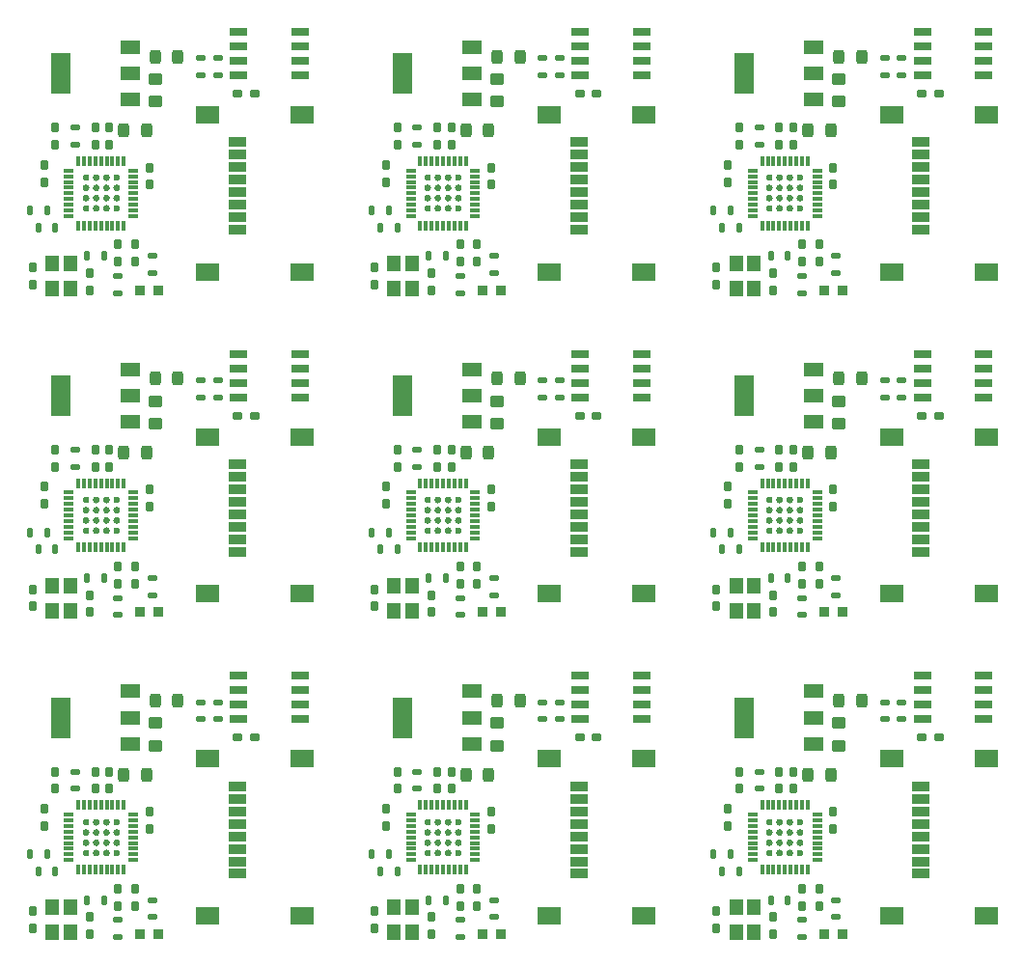
<source format=gtp>
%FSLAX46Y46*%
%MOMM*%
%AMPS17*
21,1,0.800000,0.800000,0.000000,0.000000,0.000000*
%
%ADD17PS17*%
%AMPS33*
21,1,1.450000,2.000000,0.000000,0.000000,90.000000*
%
%ADD33PS33*%
%AMPS32*
21,1,1.450000,2.000000,0.000000,0.000000,270.000000*
%
%ADD32PS32*%
%AMPS14*
21,1,0.600000,1.500000,0.000000,0.000000,90.000000*
%
%ADD14PS14*%
%AMPS15*
21,1,0.600000,1.500000,0.000000,0.000000,270.000000*
%
%ADD15PS15*%
%AMPS18*
21,1,1.250000,1.750000,0.000000,0.000000,90.000000*
%
%ADD18PS18*%
%AMPS31*
21,1,0.800000,1.500000,0.000000,0.000000,90.000000*
%
%ADD31PS31*%
%AMPS19*
21,1,3.500000,1.750000,0.000000,0.000000,90.000000*
%
%ADD19PS19*%
%AMPS26*
21,1,1.400000,1.200000,0.000000,0.000000,90.000000*
%
%ADD26PS26*%
%AMPS30*
1,1,0.360000,-0.220000,-0.195000*
1,1,0.360000,-0.220000,0.195000*
21,1,0.800000,0.390000,0.000000,0.000000,0.000000*
21,1,0.440000,0.750000,0.000000,0.000000,0.000000*
1,1,0.360000,0.220000,-0.195000*
1,1,0.360000,0.220000,0.195000*
%
%ADD30PS30*%
%AMPS20*
1,1,0.360000,0.195000,-0.220000*
1,1,0.360000,-0.195000,-0.220000*
21,1,0.800000,0.390000,0.000000,0.000000,90.000000*
21,1,0.440000,0.750000,0.000000,0.000000,90.000000*
1,1,0.360000,0.195000,0.220000*
1,1,0.360000,-0.195000,0.220000*
%
%ADD20PS20*%
%AMPS12*
1,1,0.360000,-0.195000,0.220000*
1,1,0.360000,0.195000,0.220000*
21,1,0.800000,0.390000,0.000000,0.000000,270.000000*
21,1,0.440000,0.750000,0.000000,0.000000,270.000000*
1,1,0.360000,-0.195000,-0.220000*
1,1,0.360000,0.195000,-0.220000*
%
%ADD12PS12*%
%AMPS10*
1,1,0.500000,-0.250000,-0.375000*
1,1,0.500000,-0.250000,0.375000*
21,1,1.000000,0.750000,0.000000,0.000000,0.000000*
21,1,0.500000,1.250000,0.000000,0.000000,0.000000*
1,1,0.500000,0.250000,-0.375000*
1,1,0.500000,0.250000,0.375000*
%
%ADD10PS10*%
%AMPS28*
1,1,0.500000,0.250000,0.375000*
1,1,0.500000,0.250000,-0.375000*
21,1,1.000000,0.750000,0.000000,0.000000,180.000000*
21,1,0.500000,1.250000,0.000000,0.000000,180.000000*
1,1,0.500000,-0.250000,0.375000*
1,1,0.500000,-0.250000,-0.375000*
%
%ADD28PS28*%
%AMPS11*
1,1,0.500000,-0.375000,0.250000*
1,1,0.500000,0.375000,0.250000*
21,1,1.000000,0.750000,0.000000,0.000000,270.000000*
21,1,0.500000,1.250000,0.000000,0.000000,270.000000*
1,1,0.500000,-0.375000,-0.250000*
1,1,0.500000,0.375000,-0.250000*
%
%ADD11PS11*%
%AMPS29*
1,1,0.240000,-0.130000,-0.330000*
1,1,0.240000,-0.130000,0.330000*
21,1,0.500000,0.660000,0.000000,0.000000,0.000000*
21,1,0.260000,0.900000,0.000000,0.000000,0.000000*
1,1,0.240000,0.130000,-0.330000*
1,1,0.240000,0.130000,0.330000*
%
%ADD29PS29*%
%AMPS13*
1,1,0.240000,0.330000,-0.130000*
1,1,0.240000,-0.330000,-0.130000*
21,1,0.500000,0.660000,0.000000,0.000000,90.000000*
21,1,0.260000,0.900000,0.000000,0.000000,90.000000*
1,1,0.240000,0.330000,0.130000*
1,1,0.240000,-0.330000,0.130000*
%
%ADD13PS13*%
%AMPS27*
1,1,0.240000,0.130000,0.330000*
1,1,0.240000,0.130000,-0.330000*
21,1,0.500000,0.660000,0.000000,0.000000,180.000000*
21,1,0.260000,0.900000,0.000000,0.000000,180.000000*
1,1,0.240000,-0.130000,0.330000*
1,1,0.240000,-0.130000,-0.330000*
%
%ADD27PS27*%
%AMPS16*
1,1,0.240000,-0.330000,0.130000*
1,1,0.240000,0.330000,0.130000*
21,1,0.500000,0.660000,0.000000,0.000000,270.000000*
21,1,0.260000,0.900000,0.000000,0.000000,270.000000*
1,1,0.240000,-0.330000,-0.130000*
1,1,0.240000,0.330000,-0.130000*
%
%ADD16PS16*%
%AMPS23*
1,1,0.125000,-0.387500,-0.077500*
1,1,0.125000,-0.387500,0.077500*
21,1,0.900000,0.155000,0.000000,0.000000,0.000000*
21,1,0.775000,0.280000,0.000000,0.000000,0.000000*
1,1,0.125000,0.387500,-0.077500*
1,1,0.125000,0.387500,0.077500*
%
%ADD23PS23*%
%AMPS21*
1,1,0.125000,0.077500,-0.387500*
1,1,0.125000,-0.077500,-0.387500*
21,1,0.900000,0.155000,0.000000,0.000000,90.000000*
21,1,0.775000,0.280000,0.000000,0.000000,90.000000*
1,1,0.125000,0.077500,0.387500*
1,1,0.125000,-0.077500,0.387500*
%
%ADD21PS21*%
%AMPS22*
1,1,0.125000,0.387500,0.077500*
1,1,0.125000,0.387500,-0.077500*
21,1,0.900000,0.155000,0.000000,0.000000,180.000000*
21,1,0.775000,0.280000,0.000000,0.000000,180.000000*
1,1,0.125000,-0.387500,0.077500*
1,1,0.125000,-0.387500,-0.077500*
%
%ADD22PS22*%
%AMPS24*
1,1,0.125000,-0.077500,0.387500*
1,1,0.125000,0.077500,0.387500*
21,1,0.900000,0.155000,0.000000,0.000000,270.000000*
21,1,0.775000,0.280000,0.000000,0.000000,270.000000*
1,1,0.125000,-0.077500,-0.387500*
1,1,0.125000,0.077500,-0.387500*
%
%ADD24PS24*%
%AMPS25*
1,1,0.600000,-1.350000,0.450000*
1,1,0.600000,-0.450000,1.350000*
1,1,0.600000,0.450000,0.450000*
1,1,0.600000,1.350000,1.350000*
1,1,0.600000,-0.450000,-1.350000*
1,1,0.600000,0.450000,1.350000*
1,1,0.600000,0.450000,-1.350000*
1,1,0.600000,-1.350000,1.350000*
1,1,0.600000,1.350000,-0.450000*
1,1,0.600000,1.350000,0.450000*
1,1,0.600000,0.450000,-0.450000*
1,1,0.600000,-1.350000,-1.350000*
1,1,0.600000,-0.450000,-0.450000*
1,1,0.600000,-1.350000,-0.450000*
1,1,0.600000,1.350000,-1.350000*
1,1,0.600000,-0.450000,0.450000*
%
%ADD25PS25*%
G01*
%LPD*%
G01*
%LPD*%
G75*
D10*
X43000056Y53249992D03*
D10*
X45000056Y53249992D03*
D11*
X42999992Y51278710D03*
D11*
X42999992Y49278710D03*
D12*
X41250000Y35250000D03*
D12*
X41250000Y36750000D03*
D13*
X48500000Y51595000D03*
D13*
X48500000Y53095000D03*
D14*
X55700000Y52865000D03*
D14*
X55700000Y55405000D03*
D15*
X50300000Y52865000D03*
D14*
X55700000Y51595000D03*
D14*
X55700000Y54135000D03*
D15*
X50300000Y55405000D03*
D15*
X50300000Y54135000D03*
D15*
X50300000Y51595000D03*
D16*
X42750000Y35750000D03*
D16*
X42750000Y34250000D03*
D12*
X32250000Y33250000D03*
D12*
X32250000Y34750000D03*
D12*
X39750000Y35250000D03*
D12*
X39750000Y36750000D03*
D17*
X41700000Y32750000D03*
D17*
X43300000Y32750000D03*
D18*
X40800000Y54050000D03*
D18*
X40800000Y51750000D03*
D18*
X40800000Y49450000D03*
D19*
X34700000Y51750000D03*
D20*
X37750000Y47000000D03*
D20*
X37750000Y45500000D03*
D21*
X36750000Y38437500D03*
D22*
X41062500Y43250000D03*
D22*
X41062500Y40250000D03*
D23*
X35437500Y43250000D03*
D22*
X41062500Y42250000D03*
D21*
X39750000Y38437500D03*
D23*
X35437500Y40750000D03*
D21*
X40250000Y38437500D03*
D21*
X38250000Y38437500D03*
D24*
X38750000Y44062500D03*
D24*
X39750000Y44062500D03*
D24*
X39250000Y44062500D03*
D21*
X39250000Y38437500D03*
D23*
X35437500Y40250000D03*
D21*
X38750000Y38437500D03*
D22*
X41062500Y41750000D03*
D22*
X41062500Y39750000D03*
D23*
X35437500Y39750000D03*
D23*
X35437500Y41750000D03*
D21*
X36250000Y38437500D03*
D22*
X41062500Y41250000D03*
D23*
X35437500Y42250000D03*
D22*
X41062500Y39250000D03*
D23*
X35437500Y41250000D03*
D23*
X35437500Y39250000D03*
D21*
X37250000Y38437500D03*
D24*
X37250000Y44062500D03*
D22*
X41062500Y42750000D03*
D24*
X36750000Y44062500D03*
D24*
X38250000Y44062500D03*
D22*
X41062500Y40750000D03*
D24*
X37750000Y44062500D03*
D23*
X35437500Y42750000D03*
D24*
X40250000Y44062500D03*
D24*
X36250000Y44062500D03*
D25*
X38250000Y41250000D03*
D21*
X37750000Y38437500D03*
D20*
X37250000Y34250000D03*
D20*
X37250000Y32750000D03*
D26*
X33950000Y35100000D03*
D26*
X33950000Y32900000D03*
D26*
X35550000Y32900000D03*
D26*
X35550000Y35100000D03*
D27*
X33500000Y39750000D03*
D27*
X32000000Y39750000D03*
D20*
X39000000Y47000000D03*
D20*
X39000000Y45500000D03*
D28*
X42249944Y46750008D03*
D28*
X40249944Y46750008D03*
D27*
X38500000Y35750000D03*
D27*
X37000000Y35750000D03*
D13*
X36000000Y45500000D03*
D13*
X36000000Y47000000D03*
D12*
X34250000Y45500000D03*
D12*
X34250000Y47000000D03*
D29*
X32750000Y38250000D03*
D29*
X34250000Y38250000D03*
D13*
X47000000Y51595000D03*
D13*
X47000000Y53095000D03*
D13*
X39750000Y32500000D03*
D13*
X39750000Y34000000D03*
D20*
X33250000Y43750000D03*
D20*
X33250000Y42250000D03*
D30*
X51750000Y50000000D03*
D30*
X50250000Y50000000D03*
D20*
X42500000Y43500000D03*
D20*
X42500000Y42000000D03*
D31*
X50200000Y45745000D03*
D31*
X50200000Y41345000D03*
D31*
X50200000Y44645000D03*
D31*
X50200000Y38045000D03*
D31*
X50200000Y43545000D03*
D32*
X47600000Y34375000D03*
D31*
X50200000Y39145000D03*
D33*
X55900000Y34375000D03*
D31*
X50200000Y42445000D03*
D31*
X50200000Y40245000D03*
D32*
X47600000Y48125000D03*
D33*
X55900000Y48125000D03*
D10*
X73000056Y53249992D03*
D10*
X75000056Y53249992D03*
D11*
X72999992Y51278710D03*
D11*
X72999992Y49278710D03*
D12*
X71250000Y35250000D03*
D12*
X71250000Y36750000D03*
D13*
X78500000Y51595000D03*
D13*
X78500000Y53095000D03*
D14*
X85700000Y52865000D03*
D14*
X85700000Y55405000D03*
D15*
X80300000Y52865000D03*
D14*
X85700000Y51595000D03*
D14*
X85700000Y54135000D03*
D15*
X80300000Y55405000D03*
D15*
X80300000Y54135000D03*
D15*
X80300000Y51595000D03*
D16*
X72750000Y35750000D03*
D16*
X72750000Y34250000D03*
D12*
X62250000Y33250000D03*
D12*
X62250000Y34750000D03*
D12*
X69750000Y35250000D03*
D12*
X69750000Y36750000D03*
D17*
X71700000Y32750000D03*
D17*
X73300000Y32750000D03*
D18*
X70800000Y54050000D03*
D18*
X70800000Y51750000D03*
D18*
X70800000Y49450000D03*
D19*
X64700000Y51750000D03*
D20*
X67750000Y47000000D03*
D20*
X67750000Y45500000D03*
D21*
X66750000Y38437500D03*
D22*
X71062500Y43250000D03*
D22*
X71062500Y40250000D03*
D23*
X65437500Y43250000D03*
D22*
X71062500Y42250000D03*
D21*
X69750000Y38437500D03*
D23*
X65437500Y40750000D03*
D21*
X70250000Y38437500D03*
D21*
X68250000Y38437500D03*
D24*
X68750000Y44062500D03*
D24*
X69750000Y44062500D03*
D24*
X69250000Y44062500D03*
D21*
X69250000Y38437500D03*
D23*
X65437500Y40250000D03*
D21*
X68750000Y38437500D03*
D22*
X71062500Y41750000D03*
D22*
X71062500Y39750000D03*
D23*
X65437500Y39750000D03*
D23*
X65437500Y41750000D03*
D21*
X66250000Y38437500D03*
D22*
X71062500Y41250000D03*
D23*
X65437500Y42250000D03*
D22*
X71062500Y39250000D03*
D23*
X65437500Y41250000D03*
D23*
X65437500Y39250000D03*
D21*
X67250000Y38437500D03*
D24*
X67250000Y44062500D03*
D22*
X71062500Y42750000D03*
D24*
X66750000Y44062500D03*
D24*
X68250000Y44062500D03*
D22*
X71062500Y40750000D03*
D24*
X67750000Y44062500D03*
D23*
X65437500Y42750000D03*
D24*
X70250000Y44062500D03*
D24*
X66250000Y44062500D03*
D25*
X68250000Y41250000D03*
D21*
X67750000Y38437500D03*
D20*
X67250000Y34250000D03*
D20*
X67250000Y32750000D03*
D26*
X63950000Y35100000D03*
D26*
X63950000Y32900000D03*
D26*
X65550000Y32900000D03*
D26*
X65550000Y35100000D03*
D27*
X63500000Y39750000D03*
D27*
X62000000Y39750000D03*
D20*
X69000000Y47000000D03*
D20*
X69000000Y45500000D03*
D28*
X72249944Y46750008D03*
D28*
X70249944Y46750008D03*
D27*
X68500000Y35750000D03*
D27*
X67000000Y35750000D03*
D13*
X66000000Y45500000D03*
D13*
X66000000Y47000000D03*
D12*
X64250000Y45500000D03*
D12*
X64250000Y47000000D03*
D29*
X62750000Y38250000D03*
D29*
X64250000Y38250000D03*
D13*
X77000000Y51595000D03*
D13*
X77000000Y53095000D03*
D13*
X69750000Y32500000D03*
D13*
X69750000Y34000000D03*
D20*
X63250000Y43750000D03*
D20*
X63250000Y42250000D03*
D30*
X81750000Y50000000D03*
D30*
X80250000Y50000000D03*
D20*
X72500000Y43500000D03*
D20*
X72500000Y42000000D03*
D31*
X80200000Y45745000D03*
D31*
X80200000Y41345000D03*
D31*
X80200000Y44645000D03*
D31*
X80200000Y38045000D03*
D31*
X80200000Y43545000D03*
D32*
X77600000Y34375000D03*
D31*
X80200000Y39145000D03*
D33*
X85900000Y34375000D03*
D31*
X80200000Y42445000D03*
D31*
X80200000Y40245000D03*
D32*
X77600000Y48125000D03*
D33*
X85900000Y48125000D03*
D10*
X73000056Y24999992D03*
D10*
X75000056Y24999992D03*
D11*
X72999992Y23028710D03*
D11*
X72999992Y21028710D03*
D12*
X71250000Y7000000D03*
D12*
X71250000Y8500000D03*
D13*
X78500000Y23345000D03*
D13*
X78500000Y24845000D03*
D14*
X85700000Y24615000D03*
D14*
X85700000Y27155000D03*
D15*
X80300000Y24615000D03*
D14*
X85700000Y23345000D03*
D14*
X85700000Y25885000D03*
D15*
X80300000Y27155000D03*
D15*
X80300000Y25885000D03*
D15*
X80300000Y23345000D03*
D16*
X72750000Y7500000D03*
D16*
X72750000Y6000000D03*
D12*
X62250000Y5000000D03*
D12*
X62250000Y6500000D03*
D12*
X69750000Y7000000D03*
D12*
X69750000Y8500000D03*
D17*
X71700000Y4500000D03*
D17*
X73300000Y4500000D03*
D18*
X70800000Y25800000D03*
D18*
X70800000Y23500000D03*
D18*
X70800000Y21200000D03*
D19*
X64700000Y23500000D03*
D20*
X67750000Y18750000D03*
D20*
X67750000Y17250000D03*
D21*
X66750000Y10187500D03*
D22*
X71062500Y15000000D03*
D22*
X71062500Y12000000D03*
D23*
X65437500Y15000000D03*
D22*
X71062500Y14000000D03*
D21*
X69750000Y10187500D03*
D23*
X65437500Y12500000D03*
D21*
X70250000Y10187500D03*
D21*
X68250000Y10187500D03*
D24*
X68750000Y15812500D03*
D24*
X69750000Y15812500D03*
D24*
X69250000Y15812500D03*
D21*
X69250000Y10187500D03*
D23*
X65437500Y12000000D03*
D21*
X68750000Y10187500D03*
D22*
X71062500Y13500000D03*
D22*
X71062500Y11500000D03*
D23*
X65437500Y11500000D03*
D23*
X65437500Y13500000D03*
D21*
X66250000Y10187500D03*
D22*
X71062500Y13000000D03*
D23*
X65437500Y14000000D03*
D22*
X71062500Y11000000D03*
D23*
X65437500Y13000000D03*
D23*
X65437500Y11000000D03*
D21*
X67250000Y10187500D03*
D24*
X67250000Y15812500D03*
D22*
X71062500Y14500000D03*
D24*
X66750000Y15812500D03*
D24*
X68250000Y15812500D03*
D22*
X71062500Y12500000D03*
D24*
X67750000Y15812500D03*
D23*
X65437500Y14500000D03*
D24*
X70250000Y15812500D03*
D24*
X66250000Y15812500D03*
D25*
X68250000Y13000000D03*
D21*
X67750000Y10187500D03*
D20*
X67250000Y6000000D03*
D20*
X67250000Y4500000D03*
D26*
X63950000Y6850000D03*
D26*
X63950000Y4650000D03*
D26*
X65550000Y4650000D03*
D26*
X65550000Y6850000D03*
D27*
X63500000Y11500000D03*
D27*
X62000000Y11500000D03*
D20*
X69000000Y18750000D03*
D20*
X69000000Y17250000D03*
D28*
X72249944Y18500008D03*
D28*
X70249944Y18500008D03*
D27*
X68500000Y7500000D03*
D27*
X67000000Y7500000D03*
D13*
X66000000Y17250000D03*
D13*
X66000000Y18750000D03*
D12*
X64250000Y17250000D03*
D12*
X64250000Y18750000D03*
D29*
X62750000Y10000000D03*
D29*
X64250000Y10000000D03*
D13*
X77000000Y23345000D03*
D13*
X77000000Y24845000D03*
D13*
X69750000Y4250000D03*
D13*
X69750000Y5750000D03*
D20*
X63250000Y15500000D03*
D20*
X63250000Y14000000D03*
D30*
X81750000Y21750000D03*
D30*
X80250000Y21750000D03*
D20*
X72500000Y15250000D03*
D20*
X72500000Y13750000D03*
D31*
X80200000Y17495000D03*
D31*
X80200000Y13095000D03*
D31*
X80200000Y16395000D03*
D31*
X80200000Y9795000D03*
D31*
X80200000Y15295000D03*
D32*
X77600000Y6125000D03*
D31*
X80200000Y10895000D03*
D33*
X85900000Y6125000D03*
D31*
X80200000Y14195000D03*
D31*
X80200000Y11995000D03*
D32*
X77600000Y19875000D03*
D33*
X85900000Y19875000D03*
D10*
X43000056Y81499992D03*
D10*
X45000056Y81499992D03*
D11*
X42999992Y79528710D03*
D11*
X42999992Y77528710D03*
D12*
X41250000Y63500000D03*
D12*
X41250000Y65000000D03*
D13*
X48500000Y79845000D03*
D13*
X48500000Y81345000D03*
D14*
X55700000Y81115000D03*
D14*
X55700000Y83655000D03*
D15*
X50300000Y81115000D03*
D14*
X55700000Y79845000D03*
D14*
X55700000Y82385000D03*
D15*
X50300000Y83655000D03*
D15*
X50300000Y82385000D03*
D15*
X50300000Y79845000D03*
D16*
X42750000Y64000000D03*
D16*
X42750000Y62500000D03*
D12*
X32250000Y61500000D03*
D12*
X32250000Y63000000D03*
D12*
X39750000Y63500000D03*
D12*
X39750000Y65000000D03*
D17*
X41700000Y61000000D03*
D17*
X43300000Y61000000D03*
D18*
X40800000Y82300000D03*
D18*
X40800000Y80000000D03*
D18*
X40800000Y77700000D03*
D19*
X34700000Y80000000D03*
D20*
X37750000Y75250000D03*
D20*
X37750000Y73750000D03*
D21*
X36750000Y66687500D03*
D22*
X41062500Y71500000D03*
D22*
X41062500Y68500000D03*
D23*
X35437500Y71500000D03*
D22*
X41062500Y70500000D03*
D21*
X39750000Y66687500D03*
D23*
X35437500Y69000000D03*
D21*
X40250000Y66687500D03*
D21*
X38250000Y66687500D03*
D24*
X38750000Y72312500D03*
D24*
X39750000Y72312500D03*
D24*
X39250000Y72312500D03*
D21*
X39250000Y66687500D03*
D23*
X35437500Y68500000D03*
D21*
X38750000Y66687500D03*
D22*
X41062500Y70000000D03*
D22*
X41062500Y68000000D03*
D23*
X35437500Y68000000D03*
D23*
X35437500Y70000000D03*
D21*
X36250000Y66687500D03*
D22*
X41062500Y69500000D03*
D23*
X35437500Y70500000D03*
D22*
X41062500Y67500000D03*
D23*
X35437500Y69500000D03*
D23*
X35437500Y67500000D03*
D21*
X37250000Y66687500D03*
D24*
X37250000Y72312500D03*
D22*
X41062500Y71000000D03*
D24*
X36750000Y72312500D03*
D24*
X38250000Y72312500D03*
D22*
X41062500Y69000000D03*
D24*
X37750000Y72312500D03*
D23*
X35437500Y71000000D03*
D24*
X40250000Y72312500D03*
D24*
X36250000Y72312500D03*
D25*
X38250000Y69500000D03*
D21*
X37750000Y66687500D03*
D20*
X37250000Y62500000D03*
D20*
X37250000Y61000000D03*
D26*
X33950000Y63350000D03*
D26*
X33950000Y61150000D03*
D26*
X35550000Y61150000D03*
D26*
X35550000Y63350000D03*
D27*
X33500000Y68000000D03*
D27*
X32000000Y68000000D03*
D20*
X39000000Y75250000D03*
D20*
X39000000Y73750000D03*
D28*
X42249944Y75000008D03*
D28*
X40249944Y75000008D03*
D27*
X38500000Y64000000D03*
D27*
X37000000Y64000000D03*
D13*
X36000000Y73750000D03*
D13*
X36000000Y75250000D03*
D12*
X34250000Y73750000D03*
D12*
X34250000Y75250000D03*
D29*
X32750000Y66500000D03*
D29*
X34250000Y66500000D03*
D13*
X47000000Y79845000D03*
D13*
X47000000Y81345000D03*
D13*
X39750000Y60750000D03*
D13*
X39750000Y62250000D03*
D20*
X33250000Y72000000D03*
D20*
X33250000Y70500000D03*
D30*
X51750000Y78250000D03*
D30*
X50250000Y78250000D03*
D20*
X42500000Y71750000D03*
D20*
X42500000Y70250000D03*
D31*
X50200000Y73995000D03*
D31*
X50200000Y69595000D03*
D31*
X50200000Y72895000D03*
D31*
X50200000Y66295000D03*
D31*
X50200000Y71795000D03*
D32*
X47600000Y62625000D03*
D31*
X50200000Y67395000D03*
D33*
X55900000Y62625000D03*
D31*
X50200000Y70695000D03*
D31*
X50200000Y68495000D03*
D32*
X47600000Y76375000D03*
D33*
X55900000Y76375000D03*
D10*
X13000056Y81499992D03*
D10*
X15000056Y81499992D03*
D11*
X12999992Y79528710D03*
D11*
X12999992Y77528710D03*
D12*
X11250000Y63500000D03*
D12*
X11250000Y65000000D03*
D13*
X18500000Y79845000D03*
D13*
X18500000Y81345000D03*
D14*
X25700000Y81115000D03*
D14*
X25700000Y83655000D03*
D15*
X20300000Y81115000D03*
D14*
X25700000Y79845000D03*
D14*
X25700000Y82385000D03*
D15*
X20300000Y83655000D03*
D15*
X20300000Y82385000D03*
D15*
X20300000Y79845000D03*
D16*
X12750000Y64000000D03*
D16*
X12750000Y62500000D03*
D12*
X2250000Y61500000D03*
D12*
X2250000Y63000000D03*
D12*
X9750000Y63500000D03*
D12*
X9750000Y65000000D03*
D17*
X11700000Y61000000D03*
D17*
X13300000Y61000000D03*
D18*
X10800000Y82300000D03*
D18*
X10800000Y80000000D03*
D18*
X10800000Y77700000D03*
D19*
X4700000Y80000000D03*
D20*
X7750000Y75250000D03*
D20*
X7750000Y73750000D03*
D21*
X6750000Y66687500D03*
D22*
X11062500Y71500000D03*
D22*
X11062500Y68500000D03*
D23*
X5437500Y71500000D03*
D22*
X11062500Y70500000D03*
D21*
X9750000Y66687500D03*
D23*
X5437500Y69000000D03*
D21*
X10250000Y66687500D03*
D21*
X8250000Y66687500D03*
D24*
X8750000Y72312500D03*
D24*
X9750000Y72312500D03*
D24*
X9250000Y72312500D03*
D21*
X9250000Y66687500D03*
D23*
X5437500Y68500000D03*
D21*
X8750000Y66687500D03*
D22*
X11062500Y70000000D03*
D22*
X11062500Y68000000D03*
D23*
X5437500Y68000000D03*
D23*
X5437500Y70000000D03*
D21*
X6250000Y66687500D03*
D22*
X11062500Y69500000D03*
D23*
X5437500Y70500000D03*
D22*
X11062500Y67500000D03*
D23*
X5437500Y69500000D03*
D23*
X5437500Y67500000D03*
D21*
X7250000Y66687500D03*
D24*
X7250000Y72312500D03*
D22*
X11062500Y71000000D03*
D24*
X6750000Y72312500D03*
D24*
X8250000Y72312500D03*
D22*
X11062500Y69000000D03*
D24*
X7750000Y72312500D03*
D23*
X5437500Y71000000D03*
D24*
X10250000Y72312500D03*
D24*
X6250000Y72312500D03*
D25*
X8250000Y69500000D03*
D21*
X7750000Y66687500D03*
D20*
X7250000Y62500000D03*
D20*
X7250000Y61000000D03*
D26*
X3950000Y63350000D03*
D26*
X3950000Y61150000D03*
D26*
X5550000Y61150000D03*
D26*
X5550000Y63350000D03*
D27*
X3500000Y68000000D03*
D27*
X2000000Y68000000D03*
D20*
X9000000Y75250000D03*
D20*
X9000000Y73750000D03*
D28*
X12249944Y75000008D03*
D28*
X10249944Y75000008D03*
D27*
X8500000Y64000000D03*
D27*
X7000000Y64000000D03*
D13*
X6000000Y73750000D03*
D13*
X6000000Y75250000D03*
D12*
X4250000Y73750000D03*
D12*
X4250000Y75250000D03*
D29*
X2750000Y66500000D03*
D29*
X4250000Y66500000D03*
D13*
X17000000Y79845000D03*
D13*
X17000000Y81345000D03*
D13*
X9750000Y60750000D03*
D13*
X9750000Y62250000D03*
D20*
X3250000Y72000000D03*
D20*
X3250000Y70500000D03*
D30*
X21750000Y78250000D03*
D30*
X20250000Y78250000D03*
D20*
X12500000Y71750000D03*
D20*
X12500000Y70250000D03*
D31*
X20200000Y73995000D03*
D31*
X20200000Y69595000D03*
D31*
X20200000Y72895000D03*
D31*
X20200000Y66295000D03*
D31*
X20200000Y71795000D03*
D32*
X17600000Y62625000D03*
D31*
X20200000Y67395000D03*
D33*
X25900000Y62625000D03*
D31*
X20200000Y70695000D03*
D31*
X20200000Y68495000D03*
D32*
X17600000Y76375000D03*
D33*
X25900000Y76375000D03*
D10*
X13000056Y53249992D03*
D10*
X15000056Y53249992D03*
D11*
X12999992Y51278710D03*
D11*
X12999992Y49278710D03*
D12*
X11250000Y35250000D03*
D12*
X11250000Y36750000D03*
D13*
X18500000Y51595000D03*
D13*
X18500000Y53095000D03*
D14*
X25700000Y52865000D03*
D14*
X25700000Y55405000D03*
D15*
X20300000Y52865000D03*
D14*
X25700000Y51595000D03*
D14*
X25700000Y54135000D03*
D15*
X20300000Y55405000D03*
D15*
X20300000Y54135000D03*
D15*
X20300000Y51595000D03*
D16*
X12750000Y35750000D03*
D16*
X12750000Y34250000D03*
D12*
X2250000Y33250000D03*
D12*
X2250000Y34750000D03*
D12*
X9750000Y35250000D03*
D12*
X9750000Y36750000D03*
D17*
X11700000Y32750000D03*
D17*
X13300000Y32750000D03*
D18*
X10800000Y54050000D03*
D18*
X10800000Y51750000D03*
D18*
X10800000Y49450000D03*
D19*
X4700000Y51750000D03*
D20*
X7750000Y47000000D03*
D20*
X7750000Y45500000D03*
D21*
X6750000Y38437500D03*
D22*
X11062500Y43250000D03*
D22*
X11062500Y40250000D03*
D23*
X5437500Y43250000D03*
D22*
X11062500Y42250000D03*
D21*
X9750000Y38437500D03*
D23*
X5437500Y40750000D03*
D21*
X10250000Y38437500D03*
D21*
X8250000Y38437500D03*
D24*
X8750000Y44062500D03*
D24*
X9750000Y44062500D03*
D24*
X9250000Y44062500D03*
D21*
X9250000Y38437500D03*
D23*
X5437500Y40250000D03*
D21*
X8750000Y38437500D03*
D22*
X11062500Y41750000D03*
D22*
X11062500Y39750000D03*
D23*
X5437500Y39750000D03*
D23*
X5437500Y41750000D03*
D21*
X6250000Y38437500D03*
D22*
X11062500Y41250000D03*
D23*
X5437500Y42250000D03*
D22*
X11062500Y39250000D03*
D23*
X5437500Y41250000D03*
D23*
X5437500Y39250000D03*
D21*
X7250000Y38437500D03*
D24*
X7250000Y44062500D03*
D22*
X11062500Y42750000D03*
D24*
X6750000Y44062500D03*
D24*
X8250000Y44062500D03*
D22*
X11062500Y40750000D03*
D24*
X7750000Y44062500D03*
D23*
X5437500Y42750000D03*
D24*
X10250000Y44062500D03*
D24*
X6250000Y44062500D03*
D25*
X8250000Y41250000D03*
D21*
X7750000Y38437500D03*
D20*
X7250000Y34250000D03*
D20*
X7250000Y32750000D03*
D26*
X3950000Y35100000D03*
D26*
X3950000Y32900000D03*
D26*
X5550000Y32900000D03*
D26*
X5550000Y35100000D03*
D27*
X3500000Y39750000D03*
D27*
X2000000Y39750000D03*
D20*
X9000000Y47000000D03*
D20*
X9000000Y45500000D03*
D28*
X12249944Y46750008D03*
D28*
X10249944Y46750008D03*
D27*
X8500000Y35750000D03*
D27*
X7000000Y35750000D03*
D13*
X6000000Y45500000D03*
D13*
X6000000Y47000000D03*
D12*
X4250000Y45500000D03*
D12*
X4250000Y47000000D03*
D29*
X2750000Y38250000D03*
D29*
X4250000Y38250000D03*
D13*
X17000000Y51595000D03*
D13*
X17000000Y53095000D03*
D13*
X9750000Y32500000D03*
D13*
X9750000Y34000000D03*
D20*
X3250000Y43750000D03*
D20*
X3250000Y42250000D03*
D30*
X21750000Y50000000D03*
D30*
X20250000Y50000000D03*
D20*
X12500000Y43500000D03*
D20*
X12500000Y42000000D03*
D31*
X20200000Y45745000D03*
D31*
X20200000Y41345000D03*
D31*
X20200000Y44645000D03*
D31*
X20200000Y38045000D03*
D31*
X20200000Y43545000D03*
D32*
X17600000Y34375000D03*
D31*
X20200000Y39145000D03*
D33*
X25900000Y34375000D03*
D31*
X20200000Y42445000D03*
D31*
X20200000Y40245000D03*
D32*
X17600000Y48125000D03*
D33*
X25900000Y48125000D03*
D10*
X43000056Y24999992D03*
D10*
X45000056Y24999992D03*
D11*
X42999992Y23028710D03*
D11*
X42999992Y21028710D03*
D12*
X41250000Y7000000D03*
D12*
X41250000Y8500000D03*
D13*
X48500000Y23345000D03*
D13*
X48500000Y24845000D03*
D14*
X55700000Y24615000D03*
D14*
X55700000Y27155000D03*
D15*
X50300000Y24615000D03*
D14*
X55700000Y23345000D03*
D14*
X55700000Y25885000D03*
D15*
X50300000Y27155000D03*
D15*
X50300000Y25885000D03*
D15*
X50300000Y23345000D03*
D16*
X42750000Y7500000D03*
D16*
X42750000Y6000000D03*
D12*
X32250000Y5000000D03*
D12*
X32250000Y6500000D03*
D12*
X39750000Y7000000D03*
D12*
X39750000Y8500000D03*
D17*
X41700000Y4500000D03*
D17*
X43300000Y4500000D03*
D18*
X40800000Y25800000D03*
D18*
X40800000Y23500000D03*
D18*
X40800000Y21200000D03*
D19*
X34700000Y23500000D03*
D20*
X37750000Y18750000D03*
D20*
X37750000Y17250000D03*
D21*
X36750000Y10187500D03*
D22*
X41062500Y15000000D03*
D22*
X41062500Y12000000D03*
D23*
X35437500Y15000000D03*
D22*
X41062500Y14000000D03*
D21*
X39750000Y10187500D03*
D23*
X35437500Y12500000D03*
D21*
X40250000Y10187500D03*
D21*
X38250000Y10187500D03*
D24*
X38750000Y15812500D03*
D24*
X39750000Y15812500D03*
D24*
X39250000Y15812500D03*
D21*
X39250000Y10187500D03*
D23*
X35437500Y12000000D03*
D21*
X38750000Y10187500D03*
D22*
X41062500Y13500000D03*
D22*
X41062500Y11500000D03*
D23*
X35437500Y11500000D03*
D23*
X35437500Y13500000D03*
D21*
X36250000Y10187500D03*
D22*
X41062500Y13000000D03*
D23*
X35437500Y14000000D03*
D22*
X41062500Y11000000D03*
D23*
X35437500Y13000000D03*
D23*
X35437500Y11000000D03*
D21*
X37250000Y10187500D03*
D24*
X37250000Y15812500D03*
D22*
X41062500Y14500000D03*
D24*
X36750000Y15812500D03*
D24*
X38250000Y15812500D03*
D22*
X41062500Y12500000D03*
D24*
X37750000Y15812500D03*
D23*
X35437500Y14500000D03*
D24*
X40250000Y15812500D03*
D24*
X36250000Y15812500D03*
D25*
X38250000Y13000000D03*
D21*
X37750000Y10187500D03*
D20*
X37250000Y6000000D03*
D20*
X37250000Y4500000D03*
D26*
X33950000Y6850000D03*
D26*
X33950000Y4650000D03*
D26*
X35550000Y4650000D03*
D26*
X35550000Y6850000D03*
D27*
X33500000Y11500000D03*
D27*
X32000000Y11500000D03*
D20*
X39000000Y18750000D03*
D20*
X39000000Y17250000D03*
D28*
X42249944Y18500008D03*
D28*
X40249944Y18500008D03*
D27*
X38500000Y7500000D03*
D27*
X37000000Y7500000D03*
D13*
X36000000Y17250000D03*
D13*
X36000000Y18750000D03*
D12*
X34250000Y17250000D03*
D12*
X34250000Y18750000D03*
D29*
X32750000Y10000000D03*
D29*
X34250000Y10000000D03*
D13*
X47000000Y23345000D03*
D13*
X47000000Y24845000D03*
D13*
X39750000Y4250000D03*
D13*
X39750000Y5750000D03*
D20*
X33250000Y15500000D03*
D20*
X33250000Y14000000D03*
D30*
X51750000Y21750000D03*
D30*
X50250000Y21750000D03*
D20*
X42500000Y15250000D03*
D20*
X42500000Y13750000D03*
D31*
X50200000Y17495000D03*
D31*
X50200000Y13095000D03*
D31*
X50200000Y16395000D03*
D31*
X50200000Y9795000D03*
D31*
X50200000Y15295000D03*
D32*
X47600000Y6125000D03*
D31*
X50200000Y10895000D03*
D33*
X55900000Y6125000D03*
D31*
X50200000Y14195000D03*
D31*
X50200000Y11995000D03*
D32*
X47600000Y19875000D03*
D33*
X55900000Y19875000D03*
D10*
X13000056Y24999992D03*
D10*
X15000056Y24999992D03*
D11*
X12999992Y23028710D03*
D11*
X12999992Y21028710D03*
D12*
X11250000Y7000000D03*
D12*
X11250000Y8500000D03*
D13*
X18500000Y23345000D03*
D13*
X18500000Y24845000D03*
D14*
X25700000Y24615000D03*
D14*
X25700000Y27155000D03*
D15*
X20300000Y24615000D03*
D14*
X25700000Y23345000D03*
D14*
X25700000Y25885000D03*
D15*
X20300000Y27155000D03*
D15*
X20300000Y25885000D03*
D15*
X20300000Y23345000D03*
D16*
X12750000Y7500000D03*
D16*
X12750000Y6000000D03*
D12*
X2250000Y5000000D03*
D12*
X2250000Y6500000D03*
D12*
X9750000Y7000000D03*
D12*
X9750000Y8500000D03*
D17*
X11700000Y4500000D03*
D17*
X13300000Y4500000D03*
D18*
X10800000Y25800000D03*
D18*
X10800000Y23500000D03*
D18*
X10800000Y21200000D03*
D19*
X4700000Y23500000D03*
D20*
X7750000Y18750000D03*
D20*
X7750000Y17250000D03*
D21*
X6750000Y10187500D03*
D22*
X11062500Y15000000D03*
D22*
X11062500Y12000000D03*
D23*
X5437500Y15000000D03*
D22*
X11062500Y14000000D03*
D21*
X9750000Y10187500D03*
D23*
X5437500Y12500000D03*
D21*
X10250000Y10187500D03*
D21*
X8250000Y10187500D03*
D24*
X8750000Y15812500D03*
D24*
X9750000Y15812500D03*
D24*
X9250000Y15812500D03*
D21*
X9250000Y10187500D03*
D23*
X5437500Y12000000D03*
D21*
X8750000Y10187500D03*
D22*
X11062500Y13500000D03*
D22*
X11062500Y11500000D03*
D23*
X5437500Y11500000D03*
D23*
X5437500Y13500000D03*
D21*
X6250000Y10187500D03*
D22*
X11062500Y13000000D03*
D23*
X5437500Y14000000D03*
D22*
X11062500Y11000000D03*
D23*
X5437500Y13000000D03*
D23*
X5437500Y11000000D03*
D21*
X7250000Y10187500D03*
D24*
X7250000Y15812500D03*
D22*
X11062500Y14500000D03*
D24*
X6750000Y15812500D03*
D24*
X8250000Y15812500D03*
D22*
X11062500Y12500000D03*
D24*
X7750000Y15812500D03*
D23*
X5437500Y14500000D03*
D24*
X10250000Y15812500D03*
D24*
X6250000Y15812500D03*
D25*
X8250000Y13000000D03*
D21*
X7750000Y10187500D03*
D20*
X7250000Y6000000D03*
D20*
X7250000Y4500000D03*
D26*
X3950000Y6850000D03*
D26*
X3950000Y4650000D03*
D26*
X5550000Y4650000D03*
D26*
X5550000Y6850000D03*
D27*
X3500000Y11500000D03*
D27*
X2000000Y11500000D03*
D20*
X9000000Y18750000D03*
D20*
X9000000Y17250000D03*
D28*
X12249944Y18500008D03*
D28*
X10249944Y18500008D03*
D27*
X8500000Y7500000D03*
D27*
X7000000Y7500000D03*
D13*
X6000000Y17250000D03*
D13*
X6000000Y18750000D03*
D12*
X4250000Y17250000D03*
D12*
X4250000Y18750000D03*
D29*
X2750000Y10000000D03*
D29*
X4250000Y10000000D03*
D13*
X17000000Y23345000D03*
D13*
X17000000Y24845000D03*
D13*
X9750000Y4250000D03*
D13*
X9750000Y5750000D03*
D20*
X3250000Y15500000D03*
D20*
X3250000Y14000000D03*
D30*
X21750000Y21750000D03*
D30*
X20250000Y21750000D03*
D20*
X12500000Y15250000D03*
D20*
X12500000Y13750000D03*
D31*
X20200000Y17495000D03*
D31*
X20200000Y13095000D03*
D31*
X20200000Y16395000D03*
D31*
X20200000Y9795000D03*
D31*
X20200000Y15295000D03*
D32*
X17600000Y6125000D03*
D31*
X20200000Y10895000D03*
D33*
X25900000Y6125000D03*
D31*
X20200000Y14195000D03*
D31*
X20200000Y11995000D03*
D32*
X17600000Y19875000D03*
D33*
X25900000Y19875000D03*
D10*
X73000056Y81499992D03*
D10*
X75000056Y81499992D03*
D11*
X72999992Y79528710D03*
D11*
X72999992Y77528710D03*
D12*
X71250000Y63500000D03*
D12*
X71250000Y65000000D03*
D13*
X78500000Y79845000D03*
D13*
X78500000Y81345000D03*
D14*
X85700000Y81115000D03*
D14*
X85700000Y83655000D03*
D15*
X80300000Y81115000D03*
D14*
X85700000Y79845000D03*
D14*
X85700000Y82385000D03*
D15*
X80300000Y83655000D03*
D15*
X80300000Y82385000D03*
D15*
X80300000Y79845000D03*
D16*
X72750000Y64000000D03*
D16*
X72750000Y62500000D03*
D12*
X62250000Y61500000D03*
D12*
X62250000Y63000000D03*
D12*
X69750000Y63500000D03*
D12*
X69750000Y65000000D03*
D17*
X71700000Y61000000D03*
D17*
X73300000Y61000000D03*
D18*
X70800000Y82300000D03*
D18*
X70800000Y80000000D03*
D18*
X70800000Y77700000D03*
D19*
X64700000Y80000000D03*
D20*
X67750000Y75250000D03*
D20*
X67750000Y73750000D03*
D21*
X66750000Y66687500D03*
D22*
X71062500Y71500000D03*
D22*
X71062500Y68500000D03*
D23*
X65437500Y71500000D03*
D22*
X71062500Y70500000D03*
D21*
X69750000Y66687500D03*
D23*
X65437500Y69000000D03*
D21*
X70250000Y66687500D03*
D21*
X68250000Y66687500D03*
D24*
X68750000Y72312500D03*
D24*
X69750000Y72312500D03*
D24*
X69250000Y72312500D03*
D21*
X69250000Y66687500D03*
D23*
X65437500Y68500000D03*
D21*
X68750000Y66687500D03*
D22*
X71062500Y70000000D03*
D22*
X71062500Y68000000D03*
D23*
X65437500Y68000000D03*
D23*
X65437500Y70000000D03*
D21*
X66250000Y66687500D03*
D22*
X71062500Y69500000D03*
D23*
X65437500Y70500000D03*
D22*
X71062500Y67500000D03*
D23*
X65437500Y69500000D03*
D23*
X65437500Y67500000D03*
D21*
X67250000Y66687500D03*
D24*
X67250000Y72312500D03*
D22*
X71062500Y71000000D03*
D24*
X66750000Y72312500D03*
D24*
X68250000Y72312500D03*
D22*
X71062500Y69000000D03*
D24*
X67750000Y72312500D03*
D23*
X65437500Y71000000D03*
D24*
X70250000Y72312500D03*
D24*
X66250000Y72312500D03*
D25*
X68250000Y69500000D03*
D21*
X67750000Y66687500D03*
D20*
X67250000Y62500000D03*
D20*
X67250000Y61000000D03*
D26*
X63950000Y63350000D03*
D26*
X63950000Y61150000D03*
D26*
X65550000Y61150000D03*
D26*
X65550000Y63350000D03*
D27*
X63500000Y68000000D03*
D27*
X62000000Y68000000D03*
D20*
X69000000Y75250000D03*
D20*
X69000000Y73750000D03*
D28*
X72249944Y75000008D03*
D28*
X70249944Y75000008D03*
D27*
X68500000Y64000000D03*
D27*
X67000000Y64000000D03*
D13*
X66000000Y73750000D03*
D13*
X66000000Y75250000D03*
D12*
X64250000Y73750000D03*
D12*
X64250000Y75250000D03*
D29*
X62750000Y66500000D03*
D29*
X64250000Y66500000D03*
D13*
X77000000Y79845000D03*
D13*
X77000000Y81345000D03*
D13*
X69750000Y60750000D03*
D13*
X69750000Y62250000D03*
D20*
X63250000Y72000000D03*
D20*
X63250000Y70500000D03*
D30*
X81750000Y78250000D03*
D30*
X80250000Y78250000D03*
D20*
X72500000Y71750000D03*
D20*
X72500000Y70250000D03*
D31*
X80200000Y73995000D03*
D31*
X80200000Y69595000D03*
D31*
X80200000Y72895000D03*
D31*
X80200000Y66295000D03*
D31*
X80200000Y71795000D03*
D32*
X77600000Y62625000D03*
D31*
X80200000Y67395000D03*
D33*
X85900000Y62625000D03*
D31*
X80200000Y70695000D03*
D31*
X80200000Y68495000D03*
D32*
X77600000Y76375000D03*
D33*
X85900000Y76375000D03*
M02*

</source>
